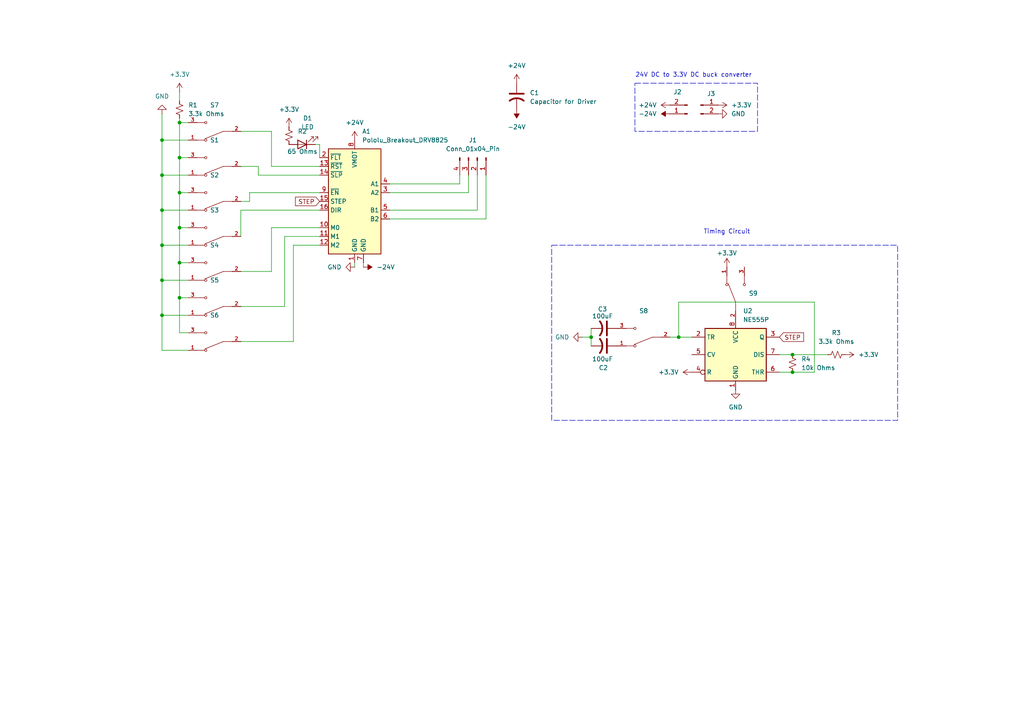
<source format=kicad_sch>
(kicad_sch (version 20250114) (generator "eeschema") (generator_version "9.0")
  (paper "A4")
  (lib_symbols
    (symbol "500SSP1S1M2REA:500SSP1S1M2REA" (pin_names (offset 1.016))
      (property "Reference" "S" (at -2.54 5.08 0))
      (property "Value" "500SSP1S1M2REA" (at -2.54 -5.08 0))
      (symbol "500SSP1S1M2REA_0_0"
        (polyline (pts (xy -2.54 0) (xy -5.08 0)) (stroke (width 0.1524)))
        (polyline (pts (xy -2.54 0) (xy 2.794 2.1336)) (stroke (width 0.1524)))
        (circle (center 2.54 2.54) (radius 0.3302) (stroke (width 0.1524)))
        (circle (center 2.54 -2.54) (radius 0.3302) (stroke (width 0.1524)))
        (polyline (pts (xy 5.08 2.54) (xy 2.921 2.54)) (stroke (width 0.1524)))
        (polyline (pts (xy 5.08 -2.54) (xy 2.921 -2.54)) (stroke (width 0.1524)))
        (pin passive line (at -7.62 0 0) (length 2.54) (name "~") (number "2"))
        (pin passive line (at 7.62 2.54 180) (length 2.54) (name "~") (number "1"))
        (pin passive line (at 7.62 -2.54 180) (length 2.54) (name "~") (number "3"))
      )
    )
    (symbol "Connector:Conn_01x02_Pin" (pin_names (offset 1.016) (hide yes))
      (property "Reference" "J" (at 0 2.54 0))
      (property "Value" "Conn_01x02_Pin" (at 0 -5.08 0))
      (symbol "Conn_01x02_Pin_1_1"
        (rectangle (start 0.8636 0.127) (end 0 -0.127) (stroke (width 0.1524)) (fill (type outline)))
        (rectangle (start 0.8636 -2.413) (end 0 -2.667) (stroke (width 0.1524)) (fill (type outline)))
        (polyline (pts (xy 1.27 0) (xy 0.8636 0)) (stroke (width 0.1524)))
        (polyline (pts (xy 1.27 -2.54) (xy 0.8636 -2.54)) (stroke (width 0.1524)))
        (pin passive line (at 5.08 0 180) (length 3.81) (name "Pin_1") (number "1"))
        (pin passive line (at 5.08 -2.54 180) (length 3.81) (name "Pin_2") (number "2"))
      )
    )
    (symbol "Connector:Conn_01x04_Pin" (pin_names (offset 1.016) (hide yes))
      (property "Reference" "J" (at 0 5.08 0))
      (property "Value" "Conn_01x04_Pin" (at 0 -7.62 0))
      (symbol "Conn_01x04_Pin_1_1"
        (rectangle (start 0.8636 2.667) (end 0 2.413) (stroke (width 0.1524)) (fill (type outline)))
        (rectangle (start 0.8636 0.127) (end 0 -0.127) (stroke (width 0.1524)) (fill (type outline)))
        (rectangle (start 0.8636 -2.413) (end 0 -2.667) (stroke (width 0.1524)) (fill (type outline)))
        (rectangle (start 0.8636 -4.953) (end 0 -5.207) (stroke (width 0.1524)) (fill (type outline)))
        (polyline (pts (xy 1.27 2.54) (xy 0.8636 2.54)) (stroke (width 0.1524)))
        (polyline (pts (xy 1.27 0) (xy 0.8636 0)) (stroke (width 0.1524)))
        (polyline (pts (xy 1.27 -2.54) (xy 0.8636 -2.54)) (stroke (width 0.1524)))
        (polyline (pts (xy 1.27 -5.08) (xy 0.8636 -5.08)) (stroke (width 0.1524)))
        (pin passive line (at 5.08 2.54 180) (length 3.81) (name "Pin_1") (number "1"))
        (pin passive line (at 5.08 0 180) (length 3.81) (name "Pin_2") (number "2"))
        (pin passive line (at 5.08 -2.54 180) (length 3.81) (name "Pin_3") (number "3"))
        (pin passive line (at 5.08 -5.08 180) (length 3.81) (name "Pin_4") (number "4"))
      )
    )
    (symbol "Device:C_US" (pin_numbers (hide yes)) (pin_names (offset 0.254) (hide yes))
      (property "Reference" "C" (at 0.635 2.54 0))
      (property "Value" "C_US" (at 0.635 -2.54 0))
      (symbol "C_US_0_1"
        (polyline (pts (xy -2.032 0.762) (xy 2.032 0.762)) (stroke (width 0.508)))
        (arc (start -2.032 -1.27) (mid 0 -0.5572) (end 2.032 -1.27) (stroke (width 0.508)))
      )
      (symbol "C_US_1_1"
        (pin passive line (at 0 3.81 270) (length 2.794) (name "~") (number "1"))
        (pin passive line (at 0 -3.81 90) (length 3.302) (name "~") (number "2"))
      )
    )
    (symbol "Device:LED" (pin_numbers (hide yes)) (pin_names (offset 1.016) (hide yes))
      (property "Reference" "D" (at 0 2.54 0))
      (property "Value" "LED" (at 0 -2.54 0))
      (symbol "LED_0_1"
        (polyline (pts (xy -3.048 -0.762) (xy -4.572 -2.286) (xy -3.81 -2.286) (xy -4.572 -2.286) (xy -4.572 -1.524)))
        (polyline (pts (xy -1.778 -0.762) (xy -3.302 -2.286) (xy -2.54 -2.286) (xy -3.302 -2.286) (xy -3.302 -1.524)))
        (polyline (pts (xy -1.27 0) (xy 1.27 0)))
        (polyline (pts (xy -1.27 -1.27) (xy -1.27 1.27)) (stroke (width 0.254)))
        (polyline (pts (xy 1.27 -1.27) (xy 1.27 1.27) (xy -1.27 0) (xy 1.27 -1.27)) (stroke (width 0.254)))
      )
      (symbol "LED_1_1"
        (pin passive line (at -3.81 0 0) (length 2.54) (name "K") (number "1"))
        (pin passive line (at 3.81 0 180) (length 2.54) (name "A") (number "2"))
      )
    )
    (symbol "Device:R_Small_US" (pin_numbers (hide yes)) (pin_names (offset 0.254) (hide yes))
      (property "Reference" "R" (at 0.762 0.508 0))
      (property "Value" "R_Small_US" (at 0.762 -1.016 0))
      (symbol "R_Small_US_1_1"
        (polyline (pts (xy 0 1.524) (xy 1.016 1.143) (xy 0 0.762) (xy -1.016 0.381) (xy 0 0)))
        (polyline (pts (xy 0 0) (xy 1.016 -0.381) (xy 0 -0.762) (xy -1.016 -1.143) (xy 0 -1.524)))
        (pin passive line (at 0 2.54 270) (length 1.016) (name "~") (number "1"))
        (pin passive line (at 0 -2.54 90) (length 1.016) (name "~") (number "2"))
      )
    )
    (symbol "Driver_Motor:Pololu_Breakout_DRV8825"
      (property "Reference" "A" (at -2.54 16.51 0))
      (property "Value" "Pololu_Breakout_DRV8825" (at -2.54 13.97 0))
      (symbol "Pololu_Breakout_DRV8825_0_1"
        (rectangle (start 7.62 -17.78) (end -7.62 12.7) (stroke (width 0.254)) (fill (type background)))
      )
      (symbol "Pololu_Breakout_DRV8825_1_1"
        (pin output line (at -10.16 10.16 0) (length 2.54) (name "~{FLT}") (number "2"))
        (pin input line (at -10.16 7.62 0) (length 2.54) (name "~{RST}") (number "13"))
        (pin input line (at -10.16 5.08 0) (length 2.54) (name "~{SLP}") (number "14"))
        (pin input line (at -10.16 0 0) (length 2.54) (name "~{EN}") (number "9"))
        (pin input line (at -10.16 -2.54 0) (length 2.54) (name "STEP") (number "15"))
        (pin input line (at -10.16 -5.08 0) (length 2.54) (name "DIR") (number "16"))
        (pin input line (at -10.16 -10.16 0) (length 2.54) (name "M0") (number "10"))
        (pin input line (at -10.16 -12.7 0) (length 2.54) (name "M1") (number "11"))
        (pin input line (at -10.16 -15.24 0) (length 2.54) (name "M2") (number "12"))
        (pin power_in line (at 0 15.24 270) (length 2.54) (name "VMOT") (number "8"))
        (pin power_in line (at 0 -20.32 90) (length 2.54) (name "GND") (number "1"))
        (pin power_in line (at 2.54 -20.32 90) (length 2.54) (name "GND") (number "7"))
        (pin output line (at 10.16 2.54 180) (length 2.54) (name "A1") (number "4"))
        (pin output line (at 10.16 0 180) (length 2.54) (name "A2") (number "3"))
        (pin output line (at 10.16 -5.08 180) (length 2.54) (name "B1") (number "5"))
        (pin output line (at 10.16 -7.62 180) (length 2.54) (name "B2") (number "6"))
      )
    )
    (symbol "Timer:NE555P"
      (property "Reference" "U" (at -10.16 8.89 0))
      (property "Value" "NE555P" (at 2.54 8.89 0))
      (symbol "NE555P_0_0"
        (pin power_in line (at 0 10.16 270) (length 2.54) (name "VCC") (number "8"))
        (pin power_in line (at 0 -10.16 90) (length 2.54) (name "GND") (number "1"))
      )
      (symbol "NE555P_0_1"
        (rectangle (start -8.89 -7.62) (end 8.89 7.62) (stroke (width 0.254)) (fill (type background)))
        (rectangle (start -8.89 -7.62) (end 8.89 7.62) (stroke (width 0.254)) (fill (type background)))
      )
      (symbol "NE555P_1_1"
        (pin input line (at -12.7 5.08 0) (length 3.81) (name "TR") (number "2"))
        (pin input line (at -12.7 0 0) (length 3.81) (name "CV") (number "5"))
        (pin input inverted (at -12.7 -5.08 0) (length 3.81) (name "R") (number "4"))
        (pin output line (at 12.7 5.08 180) (length 3.81) (name "Q") (number "3"))
        (pin input line (at 12.7 0 180) (length 3.81) (name "DIS") (number "7"))
        (pin input line (at 12.7 -5.08 180) (length 3.81) (name "THR") (number "6"))
      )
    )
    (symbol "power:+24V" (power) (pin_numbers (hide yes)) (pin_names (offset 0) (hide yes))
      (property "Value" "+24V" (at 0 3.556 0))
      (symbol "+24V_0_1"
        (polyline (pts (xy -0.762 1.27) (xy 0 2.54)))
        (polyline (pts (xy 0 2.54) (xy 0.762 1.27)))
        (polyline (pts (xy 0 0) (xy 0 2.54)))
      )
      (symbol "+24V_1_1"
        (pin power_in line (at 0 0 90) (length 0) (name "~") (number "1"))
      )
    )
    (symbol "power:+3.3V" (power) (pin_numbers (hide yes)) (pin_names (offset 0) (hide yes))
      (property "Value" "+3.3V" (at 0 3.556 0))
      (symbol "+3.3V_0_1"
        (polyline (pts (xy -0.762 1.27) (xy 0 2.54)))
        (polyline (pts (xy 0 2.54) (xy 0.762 1.27)))
        (polyline (pts (xy 0 0) (xy 0 2.54)))
      )
      (symbol "+3.3V_1_1"
        (pin power_in line (at 0 0 90) (length 0) (name "~") (number "1"))
      )
    )
    (symbol "power:-24V" (power) (pin_numbers (hide yes)) (pin_names (offset 0) (hide yes))
      (property "Value" "-24V" (at 0 3.556 0))
      (symbol "-24V_0_0"
        (pin power_in line (at 0 0 90) (length 0) (name "~") (number "1"))
      )
      (symbol "-24V_0_1"
        (polyline (pts (xy 0 0) (xy 0 1.27) (xy 0.762 1.27) (xy 0 2.54) (xy -0.762 1.27) (xy 0 1.27)) (fill (type outline)))
      )
    )
    (symbol "power:GND" (power) (pin_numbers (hide yes)) (pin_names (offset 0) (hide yes))
      (property "Value" "GND" (at 0 -3.81 0))
      (symbol "GND_0_1"
        (polyline (pts (xy 0 0) (xy 0 -1.27) (xy 1.27 -1.27) (xy 0 -2.54) (xy -1.27 -1.27) (xy 0 -1.27)))
      )
      (symbol "GND_1_1"
        (pin power_in line (at 0 0 270) (length 0) (name "~") (number "1"))
      )
    )
  )
  (rectangle (start 184.15 24.13) (end 219.71 38.1) (stroke (width 0) (type dash)))
  (rectangle (start 160.02 71.12) (end 260.35 121.92) (stroke (width 0) (type dash)))
  (text "24V DC to 3.3V DC buck converter" (at 201.168 21.844 0) (effects (font (size 1.27 1.27))))
  (text "Timing Circuit" (at 210.82 67.31 0) (effects (font (size 1.27 1.27))))
  (junction (at 46.99 60.96))
  (junction (at 52.07 76.2))
  (junction (at 52.07 66.04))
  (junction (at 229.87 102.87))
  (junction (at 52.07 55.88))
  (junction (at 52.07 86.36))
  (junction (at 46.99 71.12))
  (junction (at 229.87 107.95))
  (junction (at 46.99 91.44))
  (junction (at 46.99 81.28))
  (junction (at 52.07 45.72))
  (junction (at 46.99 50.8))
  (junction (at 46.99 40.64))
  (junction (at 196.85 97.79))
  (junction (at 171.45 97.79))
  (junction (at 52.07 35.56))
  (wire (pts (xy 135.89 55.88) (xy 135.89 50.8)))
  (wire (pts (xy 78.74 38.1) (xy 69.85 38.1)))
  (wire (pts (xy 82.55 68.58) (xy 92.71 68.58)))
  (wire (pts (xy 171.45 95.25) (xy 171.45 97.79)))
  (wire (pts (xy 196.85 87.63) (xy 236.22 87.63)))
  (wire (pts (xy 46.99 81.28) (xy 54.61 81.28)))
  (wire (pts (xy 229.87 102.87) (xy 240.03 102.87)))
  (wire (pts (xy 69.85 88.9) (xy 82.55 88.9)))
  (wire (pts (xy 46.99 71.12) (xy 46.99 81.28)))
  (wire (pts (xy 140.97 63.5) (xy 140.97 50.8)))
  (wire (pts (xy 85.09 71.12) (xy 92.71 71.12)))
  (wire (pts (xy 91.44 41.91) (xy 92.71 41.91)))
  (wire (pts (xy 52.07 86.36) (xy 54.61 86.36)))
  (wire (pts (xy 69.85 58.42) (xy 72.39 58.42)))
  (wire (pts (xy 196.85 97.79) (xy 196.85 87.63)))
  (wire (pts (xy 52.07 55.88) (xy 54.61 55.88)))
  (wire (pts (xy 52.07 45.72) (xy 52.07 55.88)))
  (wire (pts (xy 82.55 88.9) (xy 82.55 68.58)))
  (wire (pts (xy 52.07 35.56) (xy 52.07 45.72)))
  (wire (pts (xy 168.91 97.79) (xy 171.45 97.79)))
  (wire (pts (xy 78.74 48.26) (xy 78.74 38.1)))
  (wire (pts (xy 105.41 77.47) (xy 105.41 76.2)))
  (wire (pts (xy 113.03 63.5) (xy 140.97 63.5)))
  (wire (pts (xy 46.99 50.8) (xy 54.61 50.8)))
  (wire (pts (xy 69.85 60.96) (xy 92.71 60.96)))
  (wire (pts (xy 46.99 50.8) (xy 46.99 60.96)))
  (wire (pts (xy 196.85 97.79) (xy 200.66 97.79)))
  (wire (pts (xy 113.03 60.96) (xy 138.43 60.96)))
  (wire (pts (xy 52.07 26.67) (xy 52.07 29.21)))
  (wire (pts (xy 72.39 55.88) (xy 92.71 55.88)))
  (wire (pts (xy 46.99 60.96) (xy 46.99 71.12)))
  (wire (pts (xy 69.85 78.74) (xy 78.74 78.74)))
  (wire (pts (xy 52.07 66.04) (xy 54.61 66.04)))
  (wire (pts (xy 46.99 40.64) (xy 54.61 40.64)))
  (wire (pts (xy 194.31 97.79) (xy 196.85 97.79)))
  (wire (pts (xy 229.87 107.95) (xy 226.06 107.95)))
  (wire (pts (xy 226.06 102.87) (xy 229.87 102.87)))
  (wire (pts (xy 69.85 48.26) (xy 74.93 48.26)))
  (wire (pts (xy 46.99 33.02) (xy 46.99 40.64)))
  (wire (pts (xy 85.09 99.06) (xy 85.09 71.12)))
  (wire (pts (xy 46.99 40.64) (xy 46.99 50.8)))
  (wire (pts (xy 102.87 77.47) (xy 102.87 76.2)))
  (wire (pts (xy 72.39 58.42) (xy 72.39 55.88)))
  (wire (pts (xy 46.99 60.96) (xy 54.61 60.96)))
  (wire (pts (xy 52.07 76.2) (xy 52.07 86.36)))
  (wire (pts (xy 52.07 76.2) (xy 54.61 76.2)))
  (wire (pts (xy 113.03 53.34) (xy 133.35 53.34)))
  (wire (pts (xy 52.07 66.04) (xy 52.07 76.2)))
  (wire (pts (xy 138.43 60.96) (xy 138.43 50.8)))
  (wire (pts (xy 69.85 99.06) (xy 85.09 99.06)))
  (wire (pts (xy 52.07 35.56) (xy 54.61 35.56)))
  (wire (pts (xy 236.22 87.63) (xy 236.22 107.95)))
  (wire (pts (xy 52.07 86.36) (xy 52.07 96.52)))
  (wire (pts (xy 52.07 34.29) (xy 52.07 35.56)))
  (wire (pts (xy 92.71 45.72) (xy 92.71 41.91)))
  (wire (pts (xy 133.35 53.34) (xy 133.35 50.8)))
  (wire (pts (xy 171.45 97.79) (xy 171.45 100.33)))
  (wire (pts (xy 46.99 91.44) (xy 54.61 91.44)))
  (wire (pts (xy 52.07 55.88) (xy 52.07 66.04)))
  (wire (pts (xy 46.99 91.44) (xy 46.99 101.6)))
  (wire (pts (xy 46.99 101.6) (xy 54.61 101.6)))
  (wire (pts (xy 78.74 78.74) (xy 78.74 66.04)))
  (wire (pts (xy 52.07 96.52) (xy 54.61 96.52)))
  (wire (pts (xy 52.07 45.72) (xy 54.61 45.72)))
  (wire (pts (xy 113.03 55.88) (xy 135.89 55.88)))
  (wire (pts (xy 236.22 107.95) (xy 229.87 107.95)))
  (wire (pts (xy 46.99 71.12) (xy 54.61 71.12)))
  (wire (pts (xy 78.74 66.04) (xy 92.71 66.04)))
  (wire (pts (xy 46.99 81.28) (xy 46.99 91.44)))
  (wire (pts (xy 69.85 68.58) (xy 69.85 60.96)))
  (wire (pts (xy 92.71 48.26) (xy 78.74 48.26)))
  (wire (pts (xy 74.93 50.8) (xy 92.71 50.8)))
  (wire (pts (xy 74.93 48.26) (xy 74.93 50.8)))
  (global_label "STEP" (shape input) (at 226.06 97.79 0) (property "Intersheetrefs" "${INTERSHEET_REFS}" (effects (hide yes))))
  (global_label "STEP" (shape input) (at 92.71 58.42 180) (property "Intersheetrefs" "${INTERSHEET_REFS}" (effects (hide yes))))
  (symbol (lib_id "power:+3.3V") (at 83.82 36.83 0) (unit 1)
    (property "Reference" "#PWR06" (effects (hide yes)))
    (property "Value" "+3.3V" (at 83.82 31.75 0))
    (property "Description" "Power symbol creates a global label with name \"+3.3V\"" (effects (hide yes)))
  )
  (symbol (lib_id "power:-24V") (at 194.31 33.02 90) (unit 1)
    (property "Reference" "#PWR012" (effects (hide yes)))
    (property "Value" "-24V" (at 190.5 33.0199 90) (effects (justify left)))
    (property "Description" "Power symbol creates a global label with name \"-24V\"" (effects (hide yes)))
  )
  (symbol (lib_id "Driver_Motor:Pololu_Breakout_DRV8825") (at 102.87 55.88 0) (unit 1)
    (property "Reference" "A1" (at 105.0133 38.1 0) (effects (justify left)))
    (property "Value" "Pololu_Breakout_DRV8825" (at 105.0133 40.64 0) (effects (justify left)))
    (property "Footprint" "Module:Pololu_Breakout-16_15.2x20.3mm" (effects (hide yes)))
    (property "Datasheet" "https://www.pololu.com/product/2982" (effects (hide yes)))
    (property "Description" "Pololu Breakout Board, Stepper Driver DRV8825" (effects (hide yes)))
  )
  (symbol (lib_id "500SSP1S1M2REA:500SSP1S1M2REA") (at 62.23 88.9 180) (unit 1)
    (property "Reference" "S5" (at 62.23 81.28 0))
    (property "Value" "500SSP1S1M2REA" (effects (hide yes)))
    (property "Footprint" "Library:SW_500SSP1S1M2REA" (effects (hide yes)))
    (property "MF" "E-Switch" (effects (hide yes)))
    (property "Purchase-URL" "https://pricing.snapeda.com/search/part/500SSP1S1M2REA/?ref=eda" (effects (hide yes)))
    (property "Package" "None" (effects (hide yes)))
    (property "Price" "None" (effects (hide yes)))
    (property "Check_prices" "https://www.snapeda.com/parts/500SSP1S1M2REA/E-Switch/view-part/?ref=eda" (effects (hide yes)))
    (property "SnapEDA_Link" "https://www.snapeda.com/parts/500SSP1S1M2REA/E-Switch/view-part/?ref=snap" (effects (hide yes)))
    (property "MP" "500SSP1S1M2REA" (effects (hide yes)))
    (property "Availability" "In Stock" (effects (hide yes)))
    (property "Description_1" "SWITCH SLIDE SPDT 0.4VA 20V" (effects (hide yes)))
  )
  (symbol (lib_id "Device:R_Small_US") (at 242.57 102.87 90) (unit 1)
    (property "Reference" "R3" (at 242.57 96.52 90))
    (property "Value" "3.3k Ohms" (at 242.57 99.06 90))
    (property "Footprint" "Resistor_THT:R_Axial_DIN0207_L6.3mm_D2.5mm_P10.16mm_Horizontal" (effects (hide yes)))
    (property "Description" "Resistor, small US symbol" (effects (hide yes)))
  )
  (symbol (lib_id "Device:LED") (at 87.63 41.91 180) (unit 1)
    (property "Reference" "D1" (at 89.2175 34.29 0))
    (property "Value" "LED" (at 89.2175 36.83 0))
    (property "Footprint" "LED_THT:LED_D3.0mm" (effects (hide yes)))
    (property "Description" "Light emitting diode" (effects (hide yes)))
    (property "Sim.Pins" "1=K 2=A" (effects (hide yes)))
  )
  (symbol (lib_id "power:+3.3V") (at 208.28 30.48 270) (unit 1)
    (property "Reference" "#PWR015" (effects (hide yes)))
    (property "Value" "+3.3V" (at 212.09 30.4799 90) (effects (justify left)))
    (property "Description" "Power symbol creates a global label with name \"+3.3V\"" (effects (hide yes)))
  )
  (symbol (lib_id "Connector:Conn_01x04_Pin") (at 138.43 45.72 270) (unit 1)
    (property "Reference" "J1" (at 137.16 40.64 90))
    (property "Value" "Conn_01x04_Pin" (at 137.16 43.18 90))
    (property "Footprint" "Connector_PinHeader_2.54mm:PinHeader_1x04_P2.54mm_Vertical" (effects (hide yes)))
    (property "Description" "Generic connector, single row, 01x04, script generated" (effects (hide yes)))
  )
  (symbol (lib_id "power:GND") (at 102.87 77.47 270) (unit 1)
    (property "Reference" "#PWR04" (effects (hide yes)))
    (property "Value" "GND" (at 99.06 77.4699 90) (effects (justify right)))
    (property "Description" "Power symbol creates a global label with name \"GND\" , ground" (effects (hide yes)))
  )
  (symbol (lib_id "power:GND") (at 168.91 97.79 270) (unit 1)
    (property "Reference" "#PWR016" (effects (hide yes)))
    (property "Value" "GND" (at 165.1 97.7899 90) (effects (justify right)))
    (property "Description" "Power symbol creates a global label with name \"GND\" , ground" (effects (hide yes)))
  )
  (symbol (lib_id "500SSP1S1M2REA:500SSP1S1M2REA") (at 213.36 85.09 90) (unit 1)
    (property "Reference" "S9" (at 217.17 85.0899 90) (effects (justify right)))
    (property "Value" "500SSP1S1M2REA" (effects (hide yes)))
    (property "Footprint" "Library:SW_500SSP1S1M2REA" (effects (hide yes)))
    (property "MF" "E-Switch" (effects (hide yes)))
    (property "Purchase-URL" "https://pricing.snapeda.com/search/part/500SSP1S1M2REA/?ref=eda" (effects (hide yes)))
    (property "Package" "None" (effects (hide yes)))
    (property "Price" "None" (effects (hide yes)))
    (property "Check_prices" "https://www.snapeda.com/parts/500SSP1S1M2REA/E-Switch/view-part/?ref=eda" (effects (hide yes)))
    (property "SnapEDA_Link" "https://www.snapeda.com/parts/500SSP1S1M2REA/E-Switch/view-part/?ref=snap" (effects (hide yes)))
    (property "MP" "500SSP1S1M2REA" (effects (hide yes)))
    (property "Availability" "In Stock" (effects (hide yes)))
    (property "Description_1" "SWITCH SLIDE SPDT 0.4VA 20V" (effects (hide yes)))
  )
  (symbol (lib_id "power:GND") (at 208.28 33.02 90) (unit 1)
    (property "Reference" "#PWR014" (effects (hide yes)))
    (property "Value" "GND" (at 212.09 33.0199 90) (effects (justify right)))
    (property "Description" "Power symbol creates a global label with name \"GND\" , ground" (effects (hide yes)))
  )
  (symbol (lib_id "500SSP1S1M2REA:500SSP1S1M2REA") (at 62.23 78.74 180) (unit 1)
    (property "Reference" "S4" (at 62.23 71.12 0))
    (property "Value" "500SSP1S1M2REA" (effects (hide yes)))
    (property "Footprint" "Library:SW_500SSP1S1M2REA" (effects (hide yes)))
    (property "MF" "E-Switch" (effects (hide yes)))
    (property "Purchase-URL" "https://pricing.snapeda.com/search/part/500SSP1S1M2REA/?ref=eda" (effects (hide yes)))
    (property "Package" "None" (effects (hide yes)))
    (property "Price" "None" (effects (hide yes)))
    (property "Check_prices" "https://www.snapeda.com/parts/500SSP1S1M2REA/E-Switch/view-part/?ref=eda" (effects (hide yes)))
    (property "SnapEDA_Link" "https://www.snapeda.com/parts/500SSP1S1M2REA/E-Switch/view-part/?ref=snap" (effects (hide yes)))
    (property "MP" "500SSP1S1M2REA" (effects (hide yes)))
    (property "Availability" "In Stock" (effects (hide yes)))
    (property "Description_1" "SWITCH SLIDE SPDT 0.4VA 20V" (effects (hide yes)))
  )
  (symbol (lib_id "power:+24V") (at 149.86 24.13 0) (unit 1)
    (property "Reference" "#PWR010" (effects (hide yes)))
    (property "Value" "+24V" (at 149.86 19.05 0))
    (property "Description" "Power symbol creates a global label with name \"+24V\"" (effects (hide yes)))
  )
  (symbol (lib_id "Connector:Conn_01x02_Pin") (at 199.39 33.02 180) (unit 1)
    (property "Reference" "J2" (at 195.326 26.67 0) (effects (justify right)))
    (property "Value" "Conn_01x02_Pin" (effects (hide yes)))
    (property "Footprint" "Connector_PinHeader_2.54mm:PinHeader_1x02_P2.54mm_Vertical" (effects (hide yes)))
    (property "Description" "Generic connector, single row, 01x02, script generated" (effects (hide yes)))
  )
  (symbol (lib_id "500SSP1S1M2REA:500SSP1S1M2REA") (at 62.23 48.26 180) (unit 1)
    (property "Reference" "S1" (at 62.23 40.64 0))
    (property "Value" "500SSP1S1M2REA" (effects (hide yes)))
    (property "Footprint" "Library:SW_500SSP1S1M2REA" (effects (hide yes)))
    (property "MF" "E-Switch" (effects (hide yes)))
    (property "Purchase-URL" "https://pricing.snapeda.com/search/part/500SSP1S1M2REA/?ref=eda" (effects (hide yes)))
    (property "Package" "None" (effects (hide yes)))
    (property "Price" "None" (effects (hide yes)))
    (property "Check_prices" "https://www.snapeda.com/parts/500SSP1S1M2REA/E-Switch/view-part/?ref=eda" (effects (hide yes)))
    (property "SnapEDA_Link" "https://www.snapeda.com/parts/500SSP1S1M2REA/E-Switch/view-part/?ref=snap" (effects (hide yes)))
    (property "MP" "500SSP1S1M2REA" (effects (hide yes)))
    (property "Availability" "In Stock" (effects (hide yes)))
    (property "Description_1" "SWITCH SLIDE SPDT 0.4VA 20V" (effects (hide yes)))
  )
  (symbol (lib_id "Connector:Conn_01x02_Pin") (at 203.2 30.48 0) (unit 1)
    (property "Reference" "J3" (at 206.248 27.178 0))
    (property "Value" "Conn_01x02_Pin" (effects (hide yes)))
    (property "Footprint" "Connector_PinHeader_2.54mm:PinHeader_1x02_P2.54mm_Vertical" (effects (hide yes)))
    (property "Description" "Generic connector, single row, 01x02, script generated" (effects (hide yes)))
  )
  (symbol (lib_id "Device:C_US") (at 175.26 100.33 270) (unit 1)
    (property "Reference" "C2" (at 175.006 106.68 90))
    (property "Value" "100uF" (at 174.752 104.14 90))
    (property "Footprint" "Capacitor_THT:C_Radial_D6.3mm_H11.0mm_P2.50mm" (effects (hide yes)))
    (property "Description" "capacitor, US symbol" (effects (hide yes)))
  )
  (symbol (lib_id "power:+3.3V") (at 200.66 107.95 90) (unit 1)
    (property "Reference" "#PWR09" (effects (hide yes)))
    (property "Value" "+3.3V" (at 196.85 107.9499 90) (effects (justify left)))
    (property "Description" "Power symbol creates a global label with name \"+3.3V\"" (effects (hide yes)))
  )
  (symbol (lib_id "Device:R_Small_US") (at 83.82 39.37 0) (unit 1)
    (property "Reference" "R2" (at 86.36 38.0999 0) (effects (justify left)))
    (property "Value" "65 Ohms" (at 83.312 43.942 0) (effects (justify left)))
    (property "Footprint" "Resistor_THT:R_Axial_DIN0207_L6.3mm_D2.5mm_P10.16mm_Horizontal" (effects (hide yes)))
    (property "Description" "Resistor, small US symbol" (effects (hide yes)))
  )
  (symbol (lib_id "500SSP1S1M2REA:500SSP1S1M2REA") (at 62.23 99.06 180) (unit 1)
    (property "Reference" "S6" (at 62.23 91.44 0))
    (property "Value" "500SSP1S1M2REA" (effects (hide yes)))
    (property "Footprint" "Library:SW_500SSP1S1M2REA" (effects (hide yes)))
    (property "MF" "E-Switch" (effects (hide yes)))
    (property "Purchase-URL" "https://pricing.snapeda.com/search/part/500SSP1S1M2REA/?ref=eda" (effects (hide yes)))
    (property "Package" "None" (effects (hide yes)))
    (property "Price" "None" (effects (hide yes)))
    (property "Check_prices" "https://www.snapeda.com/parts/500SSP1S1M2REA/E-Switch/view-part/?ref=eda" (effects (hide yes)))
    (property "SnapEDA_Link" "https://www.snapeda.com/parts/500SSP1S1M2REA/E-Switch/view-part/?ref=snap" (effects (hide yes)))
    (property "MP" "500SSP1S1M2REA" (effects (hide yes)))
    (property "Availability" "In Stock" (effects (hide yes)))
    (property "Description_1" "SWITCH SLIDE SPDT 0.4VA 20V" (effects (hide yes)))
  )
  (symbol (lib_id "Device:C_US") (at 149.86 27.94 0) (unit 1)
    (property "Reference" "C1" (at 153.67 26.9239 0) (effects (justify left)))
    (property "Value" "Capacitor for Driver" (at 153.67 29.4639 0) (effects (justify left)))
    (property "Footprint" "Capacitor_THT:C_Radial_D6.3mm_H11.0mm_P2.50mm" (effects (hide yes)))
    (property "Description" "capacitor, US symbol" (effects (hide yes)))
  )
  (symbol (lib_id "500SSP1S1M2REA:500SSP1S1M2REA") (at 62.23 38.1 180) (unit 1)
    (property "Reference" "S7" (at 62.23 30.48 0))
    (property "Value" "500SSP1S1M2REA" (effects (hide yes)))
    (property "Footprint" "Library:SW_500SSP1S1M2REA" (effects (hide yes)))
    (property "MF" "E-Switch" (effects (hide yes)))
    (property "Purchase-URL" "https://pricing.snapeda.com/search/part/500SSP1S1M2REA/?ref=eda" (effects (hide yes)))
    (property "Package" "None" (effects (hide yes)))
    (property "Price" "None" (effects (hide yes)))
    (property "Check_prices" "https://www.snapeda.com/parts/500SSP1S1M2REA/E-Switch/view-part/?ref=eda" (effects (hide yes)))
    (property "SnapEDA_Link" "https://www.snapeda.com/parts/500SSP1S1M2REA/E-Switch/view-part/?ref=snap" (effects (hide yes)))
    (property "MP" "500SSP1S1M2REA" (effects (hide yes)))
    (property "Availability" "In Stock" (effects (hide yes)))
    (property "Description_1" "SWITCH SLIDE SPDT 0.4VA 20V" (effects (hide yes)))
  )
  (symbol (lib_id "power:+3.3V") (at 52.07 26.67 0) (unit 1)
    (property "Reference" "#PWR02" (effects (hide yes)))
    (property "Value" "+3.3V" (at 52.07 21.59 0))
    (property "Description" "Power symbol creates a global label with name \"+3.3V\"" (effects (hide yes)))
  )
  (symbol (lib_id "power:-24V") (at 149.86 31.75 180) (unit 1)
    (property "Reference" "#PWR011" (effects (hide yes)))
    (property "Value" "-24V" (at 149.86 36.83 0))
    (property "Description" "Power symbol creates a global label with name \"-24V\"" (effects (hide yes)))
  )
  (symbol (lib_id "Device:C_US") (at 175.26 95.25 270) (unit 1)
    (property "Reference" "C3" (at 174.752 89.662 90))
    (property "Value" "100uF" (at 174.752 91.694 90))
    (property "Footprint" "Capacitor_THT:C_Radial_D6.3mm_H11.0mm_P2.50mm" (effects (hide yes)))
    (property "Description" "capacitor, US symbol" (effects (hide yes)))
  )
  (symbol (lib_id "500SSP1S1M2REA:500SSP1S1M2REA") (at 62.23 68.58 180) (unit 1)
    (property "Reference" "S3" (at 62.23 60.96 0))
    (property "Value" "500SSP1S1M2REA" (effects (hide yes)))
    (property "Footprint" "Library:SW_500SSP1S1M2REA" (effects (hide yes)))
    (property "MF" "E-Switch" (effects (hide yes)))
    (property "Purchase-URL" "https://pricing.snapeda.com/search/part/500SSP1S1M2REA/?ref=eda" (effects (hide yes)))
    (property "Package" "None" (effects (hide yes)))
    (property "Price" "None" (effects (hide yes)))
    (property "Check_prices" "https://www.snapeda.com/parts/500SSP1S1M2REA/E-Switch/view-part/?ref=eda" (effects (hide yes)))
    (property "SnapEDA_Link" "https://www.snapeda.com/parts/500SSP1S1M2REA/E-Switch/view-part/?ref=snap" (effects (hide yes)))
    (property "MP" "500SSP1S1M2REA" (effects (hide yes)))
    (property "Availability" "In Stock" (effects (hide yes)))
    (property "Description_1" "SWITCH SLIDE SPDT 0.4VA 20V" (effects (hide yes)))
  )
  (symbol (lib_id "power:+24V") (at 194.31 30.48 90) (unit 1)
    (property "Reference" "#PWR013" (effects (hide yes)))
    (property "Value" "+24V" (at 190.5 30.4799 90) (effects (justify left)))
    (property "Description" "Power symbol creates a global label with name \"+24V\"" (effects (hide yes)))
  )
  (symbol (lib_id "power:+3.3V") (at 210.82 77.47 0) (unit 1)
    (property "Reference" "#PWR07" (effects (hide yes)))
    (property "Value" "+3.3V" (at 210.82 73.406 0))
    (property "Description" "Power symbol creates a global label with name \"+3.3V\"" (effects (hide yes)))
  )
  (symbol (lib_id "500SSP1S1M2REA:500SSP1S1M2REA") (at 62.23 58.42 180) (unit 1)
    (property "Reference" "S2" (at 62.23 50.8 0))
    (property "Value" "500SSP1S1M2REA" (effects (hide yes)))
    (property "Footprint" "Library:SW_500SSP1S1M2REA" (effects (hide yes)))
    (property "MF" "E-Switch" (effects (hide yes)))
    (property "Purchase-URL" "https://pricing.snapeda.com/search/part/500SSP1S1M2REA/?ref=eda" (effects (hide yes)))
    (property "Package" "None" (effects (hide yes)))
    (property "Price" "None" (effects (hide yes)))
    (property "Check_prices" "https://www.snapeda.com/parts/500SSP1S1M2REA/E-Switch/view-part/?ref=eda" (effects (hide yes)))
    (property "SnapEDA_Link" "https://www.snapeda.com/parts/500SSP1S1M2REA/E-Switch/view-part/?ref=snap" (effects (hide yes)))
    (property "MP" "500SSP1S1M2REA" (effects (hide yes)))
    (property "Availability" "In Stock" (effects (hide yes)))
    (property "Description_1" "SWITCH SLIDE SPDT 0.4VA 20V" (effects (hide yes)))
  )
  (symbol (lib_id "power:GND") (at 213.36 113.03 0) (unit 1)
    (property "Reference" "#PWR08" (effects (hide yes)))
    (property "Value" "GND" (at 213.36 118.11 0))
    (property "Description" "Power symbol creates a global label with name \"GND\" , ground" (effects (hide yes)))
  )
  (symbol (lib_id "power:-24V") (at 105.41 77.47 270) (unit 1)
    (property "Reference" "#PWR03" (effects (hide yes)))
    (property "Value" "-24V" (at 109.22 77.4699 90) (effects (justify left)))
    (property "Description" "Power symbol creates a global label with name \"-24V\"" (effects (hide yes)))
  )
  (symbol (lib_id "500SSP1S1M2REA:500SSP1S1M2REA") (at 186.69 97.79 180) (unit 1)
    (property "Reference" "S8" (at 186.69 90.17 0))
    (property "Value" "500SSP1S1M2REA" (effects (hide yes)))
    (property "Footprint" "Library:SW_500SSP1S1M2REA" (effects (hide yes)))
    (property "MF" "E-Switch" (effects (hide yes)))
    (property "Purchase-URL" "https://pricing.snapeda.com/search/part/500SSP1S1M2REA/?ref=eda" (effects (hide yes)))
    (property "Package" "None" (effects (hide yes)))
    (property "Price" "None" (effects (hide yes)))
    (property "Check_prices" "https://www.snapeda.com/parts/500SSP1S1M2REA/E-Switch/view-part/?ref=eda" (effects (hide yes)))
    (property "SnapEDA_Link" "https://www.snapeda.com/parts/500SSP1S1M2REA/E-Switch/view-part/?ref=snap" (effects (hide yes)))
    (property "MP" "500SSP1S1M2REA" (effects (hide yes)))
    (property "Availability" "In Stock" (effects (hide yes)))
    (property "Description_1" "SWITCH SLIDE SPDT 0.4VA 20V" (effects (hide yes)))
  )
  (symbol (lib_id "power:GND") (at 46.99 33.02 180) (unit 1)
    (property "Reference" "#PWR01" (effects (hide yes)))
    (property "Value" "GND" (at 46.99 27.94 0))
    (property "Description" "Power symbol creates a global label with name \"GND\" , ground" (effects (hide yes)))
  )
  (symbol (lib_id "power:+3.3V") (at 245.11 102.87 270) (unit 1)
    (property "Reference" "#PWR017" (effects (hide yes)))
    (property "Value" "+3.3V" (at 248.92 102.8699 90) (effects (justify left)))
    (property "Description" "Power symbol creates a global label with name \"+3.3V\"" (effects (hide yes)))
  )
  (symbol (lib_id "Device:R_Small_US") (at 229.87 105.41 180) (unit 1)
    (property "Reference" "R4" (at 232.41 104.1399 0) (effects (justify right)))
    (property "Value" "10k Ohms" (at 232.41 106.6799 0) (effects (justify right)))
    (property "Footprint" "Resistor_THT:R_Axial_DIN0207_L6.3mm_D2.5mm_P10.16mm_Horizontal" (effects (hide yes)))
    (property "Description" "Resistor, small US symbol" (effects (hide yes)))
  )
  (symbol (lib_id "Timer:NE555P") (at 213.36 102.87 0) (unit 1)
    (property "Reference" "U2" (at 215.5033 90.17 0) (effects (justify left)))
    (property "Value" "NE555P" (at 215.5033 92.71 0) (effects (justify left)))
    (property "Footprint" "Package_DIP:DIP-8_W7.62mm" (effects (hide yes)))
    (property "Datasheet" "http://www.ti.com/lit/ds/symlink/ne555.pdf" (effects (hide yes)))
    (property "Description" "Precision Timers, 555 compatible,  PDIP-8" (effects (hide yes)))
  )
  (symbol (lib_id "Device:R_Small_US") (at 52.07 31.75 0) (unit 1)
    (property "Reference" "R1" (at 54.61 30.4799 0) (effects (justify left)))
    (property "Value" "3.3k Ohms" (at 54.61 33.0199 0) (effects (justify left)))
    (property "Description" "Resistor, small US symbol" (effects (hide yes)))
  )
  (symbol (lib_id "power:+24V") (at 102.87 40.64 0) (unit 1)
    (property "Reference" "#PWR05" (effects (hide yes)))
    (property "Value" "+24V" (at 102.87 35.56 0))
    (property "Description" "Power symbol creates a global label with name \"+24V\"" (effects (hide yes)))
  )
)
</source>
